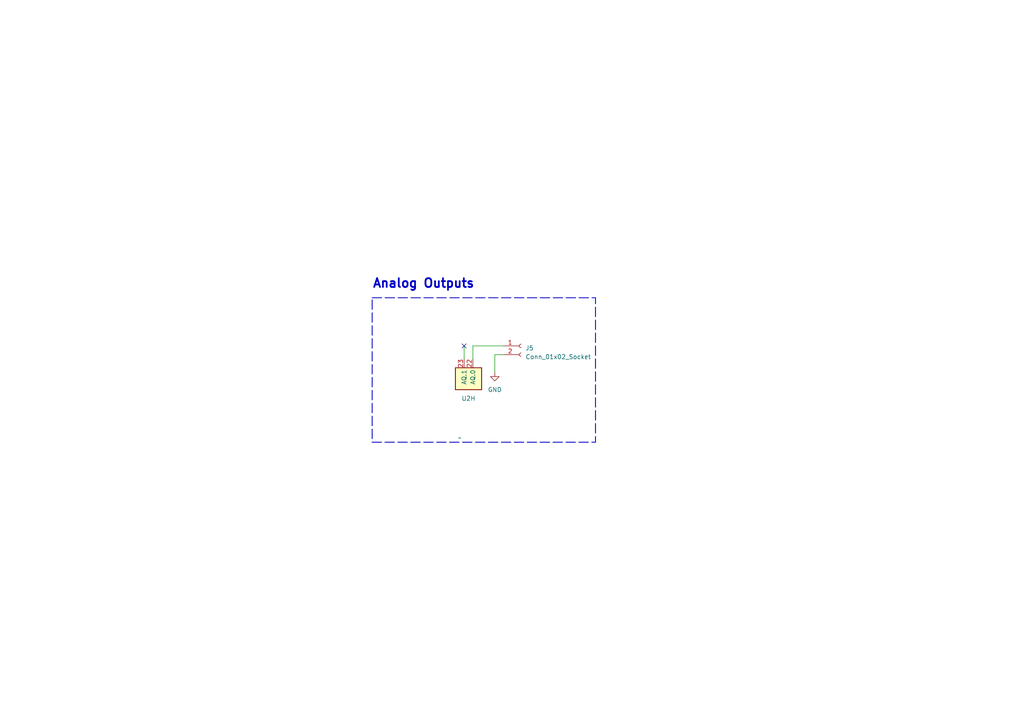
<source format=kicad_sch>
(kicad_sch
	(version 20231120)
	(generator "eeschema")
	(generator_version "8.0")
	(uuid "d37f93c2-2728-448f-8f70-de1d87ab4b93")
	(paper "A4")
	(title_block
		(title "PLC Shield")
		(date "2023-12-25")
		(rev "1")
	)
	(lib_symbols
		(symbol "Connector:Conn_01x02_Socket"
			(pin_names
				(offset 1.016) hide)
			(exclude_from_sim no)
			(in_bom yes)
			(on_board yes)
			(property "Reference" "J"
				(at 0 2.54 0)
				(effects
					(font
						(size 1.27 1.27)
					)
				)
			)
			(property "Value" "Conn_01x02_Socket"
				(at 0 -5.08 0)
				(effects
					(font
						(size 1.27 1.27)
					)
				)
			)
			(property "Footprint" ""
				(at 0 0 0)
				(effects
					(font
						(size 1.27 1.27)
					)
					(hide yes)
				)
			)
			(property "Datasheet" "~"
				(at 0 0 0)
				(effects
					(font
						(size 1.27 1.27)
					)
					(hide yes)
				)
			)
			(property "Description" "Generic connector, single row, 01x02, script generated"
				(at 0 0 0)
				(effects
					(font
						(size 1.27 1.27)
					)
					(hide yes)
				)
			)
			(property "ki_locked" ""
				(at 0 0 0)
				(effects
					(font
						(size 1.27 1.27)
					)
				)
			)
			(property "ki_keywords" "connector"
				(at 0 0 0)
				(effects
					(font
						(size 1.27 1.27)
					)
					(hide yes)
				)
			)
			(property "ki_fp_filters" "Connector*:*_1x??_*"
				(at 0 0 0)
				(effects
					(font
						(size 1.27 1.27)
					)
					(hide yes)
				)
			)
			(symbol "Conn_01x02_Socket_1_1"
				(arc
					(start 0 -2.032)
					(mid -0.5058 -2.54)
					(end 0 -3.048)
					(stroke
						(width 0.1524)
						(type default)
					)
					(fill
						(type none)
					)
				)
				(polyline
					(pts
						(xy -1.27 -2.54) (xy -0.508 -2.54)
					)
					(stroke
						(width 0.1524)
						(type default)
					)
					(fill
						(type none)
					)
				)
				(polyline
					(pts
						(xy -1.27 0) (xy -0.508 0)
					)
					(stroke
						(width 0.1524)
						(type default)
					)
					(fill
						(type none)
					)
				)
				(arc
					(start 0 0.508)
					(mid -0.5058 0)
					(end 0 -0.508)
					(stroke
						(width 0.1524)
						(type default)
					)
					(fill
						(type none)
					)
				)
				(pin passive line
					(at -5.08 0 0)
					(length 3.81)
					(name "Pin_1"
						(effects
							(font
								(size 1.27 1.27)
							)
						)
					)
					(number "1"
						(effects
							(font
								(size 1.27 1.27)
							)
						)
					)
				)
				(pin passive line
					(at -5.08 -2.54 0)
					(length 3.81)
					(name "Pin_2"
						(effects
							(font
								(size 1.27 1.27)
							)
						)
					)
					(number "2"
						(effects
							(font
								(size 1.27 1.27)
							)
						)
					)
				)
			)
		)
		(symbol "PLC-1200:S7-1200"
			(exclude_from_sim no)
			(in_bom yes)
			(on_board yes)
			(property "Reference" "U"
				(at 11.43 0 0)
				(effects
					(font
						(size 1.27 1.27)
					)
				)
			)
			(property "Value" ""
				(at 3.81 -1.905 90)
				(effects
					(font
						(size 1.27 1.27)
					)
				)
			)
			(property "Footprint" ""
				(at 3.81 -1.905 90)
				(effects
					(font
						(size 1.27 1.27)
					)
					(hide yes)
				)
			)
			(property "Datasheet" ""
				(at 3.81 -1.905 90)
				(effects
					(font
						(size 1.27 1.27)
					)
					(hide yes)
				)
			)
			(property "Description" ""
				(at 0 0 0)
				(effects
					(font
						(size 1.27 1.27)
					)
					(hide yes)
				)
			)
			(property "ki_locked" ""
				(at 0 0 0)
				(effects
					(font
						(size 1.27 1.27)
					)
				)
			)
			(symbol "S7-1200_1_1"
				(rectangle
					(start -5.08 5.08)
					(end 5.08 -5.08)
					(stroke
						(width 0.254)
						(type default)
					)
					(fill
						(type background)
					)
				)
				(polyline
					(pts
						(xy -4.318 -1.778) (xy -2.794 -1.778)
					)
					(stroke
						(width 0)
						(type default)
					)
					(fill
						(type none)
					)
				)
				(polyline
					(pts
						(xy -4.064 -2.032) (xy -3.048 -2.032)
					)
					(stroke
						(width 0)
						(type default)
					)
					(fill
						(type none)
					)
				)
				(polyline
					(pts
						(xy -3.81 -2.286) (xy -3.302 -2.286)
					)
					(stroke
						(width 0)
						(type default)
					)
					(fill
						(type none)
					)
				)
				(polyline
					(pts
						(xy -3.556 -1.27) (xy -3.556 -1.778)
					)
					(stroke
						(width 0)
						(type default)
					)
					(fill
						(type none)
					)
				)
				(text "IN"
					(at 0 -0.635 900)
					(effects
						(font
							(size 1.27 1.27)
						)
					)
				)
				(text "OUT"
					(at 2.54 -0.635 900)
					(effects
						(font
							(size 1.27 1.27)
						)
					)
				)
				(pin power_in line
					(at 0 7.62 270)
					(length 2.54)
					(name "L+"
						(effects
							(font
								(size 1.27 1.27)
							)
						)
					)
					(number "1"
						(effects
							(font
								(size 1.27 1.27)
							)
						)
					)
				)
				(pin power_in line
					(at 0 -7.62 90)
					(length 2.54)
					(name "M"
						(effects
							(font
								(size 1.27 1.27)
							)
						)
					)
					(number "2"
						(effects
							(font
								(size 1.27 1.27)
							)
						)
					)
				)
				(pin power_in line
					(at -7.62 0 0)
					(length 2.54)
					(name "PE"
						(effects
							(font
								(size 1.27 1.27)
							)
						)
					)
					(number "3"
						(effects
							(font
								(size 1.27 1.27)
							)
						)
					)
				)
				(pin power_out line
					(at 2.54 7.62 270)
					(length 2.54)
					(name "L+"
						(effects
							(font
								(size 1.27 1.27)
							)
						)
					)
					(number "4"
						(effects
							(font
								(size 1.27 1.27)
							)
						)
					)
				)
				(pin power_out line
					(at 2.54 -7.62 90)
					(length 2.54)
					(name "M"
						(effects
							(font
								(size 1.27 1.27)
							)
						)
					)
					(number "5"
						(effects
							(font
								(size 1.27 1.27)
							)
						)
					)
				)
			)
			(symbol "S7-1200_2_1"
				(rectangle
					(start -5.08 6.35)
					(end 6.35 -6.35)
					(stroke
						(width 0.254)
						(type default)
					)
					(fill
						(type background)
					)
				)
				(text "AI"
					(at 0 -1.27 0)
					(effects
						(font
							(size 1.27 1.27)
						)
					)
				)
				(text "AQ"
					(at 0 1.27 0)
					(effects
						(font
							(size 1.27 1.27)
						)
					)
				)
				(text "DI"
					(at 0 3.81 0)
					(effects
						(font
							(size 1.27 1.27)
						)
					)
				)
				(text "DQ"
					(at 0 -3.81 0)
					(effects
						(font
							(size 1.27 1.27)
						)
					)
				)
				(pin power_in line
					(at -7.62 1.27 0)
					(length 2.54)
					(name "2M"
						(effects
							(font
								(size 1.27 1.27)
							)
						)
					)
					(number "21"
						(effects
							(font
								(size 1.27 1.27)
							)
						)
					)
				)
				(pin power_in line
					(at -7.62 -1.27 0)
					(length 2.54)
					(name "3M"
						(effects
							(font
								(size 1.27 1.27)
							)
						)
					)
					(number "24"
						(effects
							(font
								(size 1.27 1.27)
							)
						)
					)
				)
				(pin power_in line
					(at -7.62 -3.81 0)
					(length 2.54)
					(name "4M"
						(effects
							(font
								(size 1.27 1.27)
							)
						)
					)
					(number "37"
						(effects
							(font
								(size 1.27 1.27)
							)
						)
					)
				)
				(pin power_in line
					(at 8.89 -3.81 180)
					(length 2.54)
					(name "4L+"
						(effects
							(font
								(size 1.27 1.27)
							)
						)
					)
					(number "38"
						(effects
							(font
								(size 1.27 1.27)
							)
						)
					)
				)
				(pin power_in line
					(at -7.62 3.81 0)
					(length 2.54)
					(name "1M"
						(effects
							(font
								(size 1.27 1.27)
							)
						)
					)
					(number "6"
						(effects
							(font
								(size 1.27 1.27)
							)
						)
					)
				)
			)
			(symbol "S7-1200_3_1"
				(rectangle
					(start -2.54 11.43)
					(end 3.81 -11.43)
					(stroke
						(width 0.254)
						(type default)
					)
					(fill
						(type background)
					)
				)
				(pin input line
					(at -5.08 -1.27 0)
					(length 2.54)
					(name "a.3"
						(effects
							(font
								(size 1.27 1.27)
							)
						)
					)
					(number "10"
						(effects
							(font
								(size 1.27 1.27)
							)
						)
					)
				)
				(pin input line
					(at -5.08 1.27 0)
					(length 2.54)
					(name "a.4"
						(effects
							(font
								(size 1.27 1.27)
							)
						)
					)
					(number "11"
						(effects
							(font
								(size 1.27 1.27)
							)
						)
					)
				)
				(pin input line
					(at -5.08 3.81 0)
					(length 2.54)
					(name "a.5"
						(effects
							(font
								(size 1.27 1.27)
							)
						)
					)
					(number "12"
						(effects
							(font
								(size 1.27 1.27)
							)
						)
					)
				)
				(pin input line
					(at -5.08 6.35 0)
					(length 2.54)
					(name "a.6"
						(effects
							(font
								(size 1.27 1.27)
							)
						)
					)
					(number "13"
						(effects
							(font
								(size 1.27 1.27)
							)
						)
					)
				)
				(pin input line
					(at -5.08 8.89 0)
					(length 2.54)
					(name "a.7"
						(effects
							(font
								(size 1.27 1.27)
							)
						)
					)
					(number "14"
						(effects
							(font
								(size 1.27 1.27)
							)
						)
					)
				)
				(pin input line
					(at -5.08 -8.89 0)
					(length 2.54)
					(name "a.0"
						(effects
							(font
								(size 1.27 1.27)
							)
						)
					)
					(number "7"
						(effects
							(font
								(size 1.27 1.27)
							)
						)
					)
				)
				(pin input line
					(at -5.08 -6.35 0)
					(length 2.54)
					(name "a.1"
						(effects
							(font
								(size 1.27 1.27)
							)
						)
					)
					(number "8"
						(effects
							(font
								(size 1.27 1.27)
							)
						)
					)
				)
				(pin input line
					(at -5.08 -3.81 0)
					(length 2.54)
					(name "a.2"
						(effects
							(font
								(size 1.27 1.27)
							)
						)
					)
					(number "9"
						(effects
							(font
								(size 1.27 1.27)
							)
						)
					)
				)
			)
			(symbol "S7-1200_4_1"
				(rectangle
					(start -2.54 8.89)
					(end 3.81 -8.89)
					(stroke
						(width 0.254)
						(type default)
					)
					(fill
						(type background)
					)
				)
				(pin input line
					(at -5.08 -6.35 0)
					(length 2.54)
					(name "b.0"
						(effects
							(font
								(size 1.27 1.27)
							)
						)
					)
					(number "15"
						(effects
							(font
								(size 1.27 1.27)
							)
						)
					)
				)
				(pin input line
					(at -5.08 -3.81 0)
					(length 2.54)
					(name "b.1"
						(effects
							(font
								(size 1.27 1.27)
							)
						)
					)
					(number "16"
						(effects
							(font
								(size 1.27 1.27)
							)
						)
					)
				)
				(pin input line
					(at -5.08 -1.27 0)
					(length 2.54)
					(name "b.2"
						(effects
							(font
								(size 1.27 1.27)
							)
						)
					)
					(number "17"
						(effects
							(font
								(size 1.27 1.27)
							)
						)
					)
				)
				(pin input line
					(at -5.08 1.27 0)
					(length 2.54)
					(name "b.3"
						(effects
							(font
								(size 1.27 1.27)
							)
						)
					)
					(number "18"
						(effects
							(font
								(size 1.27 1.27)
							)
						)
					)
				)
				(pin input line
					(at -5.08 3.81 0)
					(length 2.54)
					(name "b.4"
						(effects
							(font
								(size 1.27 1.27)
							)
						)
					)
					(number "19"
						(effects
							(font
								(size 1.27 1.27)
							)
						)
					)
				)
				(pin input line
					(at -5.08 6.35 0)
					(length 2.54)
					(name "b.5"
						(effects
							(font
								(size 1.27 1.27)
							)
						)
					)
					(number "20"
						(effects
							(font
								(size 1.27 1.27)
							)
						)
					)
				)
			)
			(symbol "S7-1200_5_1"
				(rectangle
					(start -2.54 11.43)
					(end 3.81 -11.43)
					(stroke
						(width 0.254)
						(type default)
					)
					(fill
						(type background)
					)
				)
				(pin output line
					(at -5.08 -8.89 0)
					(length 2.54)
					(name "a.7"
						(effects
							(font
								(size 1.27 1.27)
							)
						)
					)
					(number "29"
						(effects
							(font
								(size 1.27 1.27)
							)
						)
					)
				)
				(pin output line
					(at -5.08 -6.35 0)
					(length 2.54)
					(name "a.6"
						(effects
							(font
								(size 1.27 1.27)
							)
						)
					)
					(number "30"
						(effects
							(font
								(size 1.27 1.27)
							)
						)
					)
				)
				(pin output line
					(at -5.08 -3.81 0)
					(length 2.54)
					(name "a.5"
						(effects
							(font
								(size 1.27 1.27)
							)
						)
					)
					(number "31"
						(effects
							(font
								(size 1.27 1.27)
							)
						)
					)
				)
				(pin output line
					(at -5.08 -1.27 0)
					(length 2.54)
					(name "a.4"
						(effects
							(font
								(size 1.27 1.27)
							)
						)
					)
					(number "32"
						(effects
							(font
								(size 1.27 1.27)
							)
						)
					)
				)
				(pin output line
					(at -5.08 1.27 0)
					(length 2.54)
					(name "a.3"
						(effects
							(font
								(size 1.27 1.27)
							)
						)
					)
					(number "33"
						(effects
							(font
								(size 1.27 1.27)
							)
						)
					)
				)
				(pin output line
					(at -5.08 3.81 0)
					(length 2.54)
					(name "a.2"
						(effects
							(font
								(size 1.27 1.27)
							)
						)
					)
					(number "34"
						(effects
							(font
								(size 1.27 1.27)
							)
						)
					)
				)
				(pin output line
					(at -5.08 6.35 0)
					(length 2.54)
					(name "a.1"
						(effects
							(font
								(size 1.27 1.27)
							)
						)
					)
					(number "35"
						(effects
							(font
								(size 1.27 1.27)
							)
						)
					)
				)
				(pin output line
					(at -5.08 8.89 0)
					(length 2.54)
					(name "a.0"
						(effects
							(font
								(size 1.27 1.27)
							)
						)
					)
					(number "36"
						(effects
							(font
								(size 1.27 1.27)
							)
						)
					)
				)
			)
			(symbol "S7-1200_6_1"
				(rectangle
					(start -2.54 3.81)
					(end 3.81 -3.81)
					(stroke
						(width 0.254)
						(type default)
					)
					(fill
						(type background)
					)
				)
				(pin output line
					(at -5.08 -1.27 0)
					(length 2.54)
					(name "b.1"
						(effects
							(font
								(size 1.27 1.27)
							)
						)
					)
					(number "27"
						(effects
							(font
								(size 1.27 1.27)
							)
						)
					)
				)
				(pin output line
					(at -5.08 1.27 0)
					(length 2.54)
					(name "b.0"
						(effects
							(font
								(size 1.27 1.27)
							)
						)
					)
					(number "28"
						(effects
							(font
								(size 1.27 1.27)
							)
						)
					)
				)
			)
			(symbol "S7-1200_7_1"
				(rectangle
					(start -2.54 3.81)
					(end 3.81 -3.81)
					(stroke
						(width 0.254)
						(type default)
					)
					(fill
						(type background)
					)
				)
				(pin input line
					(at -5.08 -1.27 0)
					(length 2.54)
					(name "AI.0"
						(effects
							(font
								(size 1.27 1.27)
							)
						)
					)
					(number "25"
						(effects
							(font
								(size 1.27 1.27)
							)
						)
					)
				)
				(pin input line
					(at -5.08 1.27 0)
					(length 2.54)
					(name "AI.1"
						(effects
							(font
								(size 1.27 1.27)
							)
						)
					)
					(number "26"
						(effects
							(font
								(size 1.27 1.27)
							)
						)
					)
				)
			)
			(symbol "S7-1200_8_1"
				(rectangle
					(start -2.54 3.81)
					(end 3.81 -3.81)
					(stroke
						(width 0.254)
						(type default)
					)
					(fill
						(type background)
					)
				)
				(pin output line
					(at -5.08 1.27 0)
					(length 2.54)
					(name "AQ.0"
						(effects
							(font
								(size 1.27 1.27)
							)
						)
					)
					(number "22"
						(effects
							(font
								(size 1.27 1.27)
							)
						)
					)
				)
				(pin output line
					(at -5.08 -1.27 0)
					(length 2.54)
					(name "AQ.1"
						(effects
							(font
								(size 1.27 1.27)
							)
						)
					)
					(number "23"
						(effects
							(font
								(size 1.27 1.27)
							)
						)
					)
				)
			)
		)
		(symbol "power:GND"
			(power)
			(pin_numbers hide)
			(pin_names
				(offset 0) hide)
			(exclude_from_sim no)
			(in_bom yes)
			(on_board yes)
			(property "Reference" "#PWR"
				(at 0 -6.35 0)
				(effects
					(font
						(size 1.27 1.27)
					)
					(hide yes)
				)
			)
			(property "Value" "GND"
				(at 0 -3.81 0)
				(effects
					(font
						(size 1.27 1.27)
					)
				)
			)
			(property "Footprint" ""
				(at 0 0 0)
				(effects
					(font
						(size 1.27 1.27)
					)
					(hide yes)
				)
			)
			(property "Datasheet" ""
				(at 0 0 0)
				(effects
					(font
						(size 1.27 1.27)
					)
					(hide yes)
				)
			)
			(property "Description" "Power symbol creates a global label with name \"GND\" , ground"
				(at 0 0 0)
				(effects
					(font
						(size 1.27 1.27)
					)
					(hide yes)
				)
			)
			(property "ki_keywords" "global power"
				(at 0 0 0)
				(effects
					(font
						(size 1.27 1.27)
					)
					(hide yes)
				)
			)
			(symbol "GND_0_1"
				(polyline
					(pts
						(xy 0 0) (xy 0 -1.27) (xy 1.27 -1.27) (xy 0 -2.54) (xy -1.27 -1.27) (xy 0 -1.27)
					)
					(stroke
						(width 0)
						(type default)
					)
					(fill
						(type none)
					)
				)
			)
			(symbol "GND_1_1"
				(pin power_in line
					(at 0 0 270)
					(length 0)
					(name "~"
						(effects
							(font
								(size 1.27 1.27)
							)
						)
					)
					(number "1"
						(effects
							(font
								(size 1.27 1.27)
							)
						)
					)
				)
			)
		)
	)
	(no_connect
		(at 134.62 100.33)
		(uuid "b7593b84-1afe-4975-a386-fbc296010910")
	)
	(wire
		(pts
			(xy 137.16 100.33) (xy 146.05 100.33)
		)
		(stroke
			(width 0)
			(type default)
		)
		(uuid "73595281-6dad-481e-8bf8-9b302bdb7ed2")
	)
	(wire
		(pts
			(xy 143.51 107.95) (xy 143.51 102.87)
		)
		(stroke
			(width 0)
			(type default)
		)
		(uuid "756b557b-3c35-41f9-9f97-1974223675f7")
	)
	(wire
		(pts
			(xy 137.16 100.33) (xy 137.16 104.14)
		)
		(stroke
			(width 0)
			(type default)
		)
		(uuid "cb2cd29b-3315-4e6e-85b9-bcd1a686ba34")
	)
	(wire
		(pts
			(xy 134.62 100.33) (xy 134.62 104.14)
		)
		(stroke
			(width 0)
			(type default)
		)
		(uuid "f4b2eabf-3182-4107-8a5e-e76d0c6347ee")
	)
	(wire
		(pts
			(xy 143.51 102.87) (xy 146.05 102.87)
		)
		(stroke
			(width 0)
			(type default)
		)
		(uuid "fdef005f-07f7-41ff-835e-11937c218996")
	)
	(rectangle
		(start 107.95 86.36)
		(end 172.72 128.27)
		(stroke
			(width 0.25)
			(type dash)
		)
		(fill
			(type none)
		)
		(uuid 89002383-fa86-4014-a19d-736071721e73)
	)
	(text "Analog Outputs"
		(exclude_from_sim no)
		(at 107.95 83.82 0)
		(effects
			(font
				(size 2.54 2.54)
				(bold yes)
			)
			(justify left bottom)
		)
		(uuid "2c7c7b38-ebc1-4a25-b37a-3633acb0ef91")
	)
	(symbol
		(lib_id "power:GND")
		(at 143.51 107.95 0)
		(unit 1)
		(exclude_from_sim no)
		(in_bom yes)
		(on_board yes)
		(dnp no)
		(fields_autoplaced yes)
		(uuid "35409ff0-5a03-469d-97f8-825818bf9dee")
		(property "Reference" "#PWR045"
			(at 143.51 114.3 0)
			(effects
				(font
					(size 1.27 1.27)
				)
				(hide yes)
			)
		)
		(property "Value" "GND"
			(at 143.51 113.03 0)
			(effects
				(font
					(size 1.27 1.27)
				)
			)
		)
		(property "Footprint" ""
			(at 143.51 107.95 0)
			(effects
				(font
					(size 1.27 1.27)
				)
				(hide yes)
			)
		)
		(property "Datasheet" ""
			(at 143.51 107.95 0)
			(effects
				(font
					(size 1.27 1.27)
				)
				(hide yes)
			)
		)
		(property "Description" "Power symbol creates a global label with name \"GND\" , ground"
			(at 143.51 107.95 0)
			(effects
				(font
					(size 1.27 1.27)
				)
				(hide yes)
			)
		)
		(pin "1"
			(uuid "821cc836-d714-432d-96cd-1715491a3aee")
		)
		(instances
			(project "PLC_shield"
				(path "/654dc320-becd-45e3-b37d-e6a5891dd004/8b2bebc4-f15c-4397-b76b-4ba49caabcce"
					(reference "#PWR045")
					(unit 1)
				)
			)
		)
	)
	(symbol
		(lib_id "Connector:Conn_01x02_Socket")
		(at 151.13 100.33 0)
		(unit 1)
		(exclude_from_sim no)
		(in_bom yes)
		(on_board yes)
		(dnp no)
		(fields_autoplaced yes)
		(uuid "cf95e81f-2e6b-49ba-a0e5-57e17d929217")
		(property "Reference" "J5"
			(at 152.4 100.965 0)
			(effects
				(font
					(size 1.27 1.27)
				)
				(justify left)
			)
		)
		(property "Value" "Conn_01x02_Socket"
			(at 152.4 103.505 0)
			(effects
				(font
					(size 1.27 1.27)
				)
				(justify left)
			)
		)
		(property "Footprint" "TerminalBlock:TerminalBlock_bornier-2_P5.08mm"
			(at 151.13 100.33 0)
			(effects
				(font
					(size 1.27 1.27)
				)
				(hide yes)
			)
		)
		(property "Datasheet" "~"
			(at 151.13 100.33 0)
			(effects
				(font
					(size 1.27 1.27)
				)
				(hide yes)
			)
		)
		(property "Description" "Generic connector, single row, 01x02, script generated"
			(at 151.13 100.33 0)
			(effects
				(font
					(size 1.27 1.27)
				)
				(hide yes)
			)
		)
		(pin "1"
			(uuid "f0aef14e-c956-44c1-8558-259c996322a2")
		)
		(pin "2"
			(uuid "95affe15-7d59-4f47-b254-8305352ea585")
		)
		(instances
			(project "PLC_shield"
				(path "/654dc320-becd-45e3-b37d-e6a5891dd004/8b2bebc4-f15c-4397-b76b-4ba49caabcce"
					(reference "J5")
					(unit 1)
				)
			)
		)
	)
	(symbol
		(lib_id "PLC-1200:S7-1200")
		(at 135.89 109.22 270)
		(unit 8)
		(exclude_from_sim no)
		(in_bom yes)
		(on_board yes)
		(dnp no)
		(uuid "e077765e-c8b0-4452-a3ad-83aa4d88e016")
		(property "Reference" "U2"
			(at 135.89 115.57 90)
			(effects
				(font
					(size 1.27 1.27)
				)
			)
		)
		(property "Value" "~"
			(at 133.35 127 90)
			(effects
				(font
					(size 1.27 1.27)
				)
			)
		)
		(property "Footprint" "PLC-1200:1215C"
			(at 127.635 109.22 90)
			(effects
				(font
					(size 1.27 1.27)
				)
				(hide yes)
			)
		)
		(property "Datasheet" ""
			(at 127.635 109.22 90)
			(effects
				(font
					(size 1.27 1.27)
				)
				(hide yes)
			)
		)
		(property "Description" ""
			(at 135.89 109.22 0)
			(effects
				(font
					(size 1.27 1.27)
				)
				(hide yes)
			)
		)
		(pin "1"
			(uuid "84277f7d-07c2-4293-bc4b-9cca8af6f5a4")
		)
		(pin "2"
			(uuid "03819dcc-b648-471a-a6d1-81eafc514fc4")
		)
		(pin "3"
			(uuid "94d7e7a6-0218-44b8-8284-f23a43e1fddb")
		)
		(pin "4"
			(uuid "e28d2650-2c7a-4426-8098-5fdc3151fcae")
		)
		(pin "5"
			(uuid "bb37237b-91f2-4951-97e4-1c72957672b9")
		)
		(pin "21"
			(uuid "9eba981c-f183-4c20-b6f5-d7164e74eae2")
		)
		(pin "24"
			(uuid "5f3fa7f3-2b55-4f60-8543-a4749c4019b2")
		)
		(pin "37"
			(uuid "134bfa82-4f7c-4560-9613-4718d4731c45")
		)
		(pin "38"
			(uuid "fc2ec524-7f30-4dd0-ad14-1a82da2cdeda")
		)
		(pin "6"
			(uuid "f6be0d69-ea45-4977-8375-f6395f6e35d2")
		)
		(pin "10"
			(uuid "04f95a5e-d944-42b7-b202-0d5d8e3ab5d8")
		)
		(pin "11"
			(uuid "5062d2a4-9a50-4f93-90bd-95aac5f4ed1a")
		)
		(pin "12"
			(uuid "33b0ca83-d2de-4aa0-ad20-6bafdd90dfe2")
		)
		(pin "13"
			(uuid "afd692dd-5e42-491a-ba27-7a3e89f8d062")
		)
		(pin "14"
			(uuid "399be738-f188-4835-870f-daf5c6614872")
		)
		(pin "7"
			(uuid "2169c2d1-f38c-47ab-bc46-20728263c3ec")
		)
		(pin "8"
			(uuid "79cfa14d-09c8-4131-b8c9-feee0f2eb6d3")
		)
		(pin "9"
			(uuid "3351b53b-5201-4b3a-814a-e2171a05245d")
		)
		(pin "15"
			(uuid "72581979-65b3-43ea-9397-c9e8d393dc41")
		)
		(pin "16"
			(uuid "ed380c49-a774-4e20-b2cc-4bf0d6c0da99")
		)
		(pin "17"
			(uuid "0d234e78-8f5d-485b-9d72-f28a61b14e62")
		)
		(pin "18"
			(uuid "3347fdad-4af6-4635-aa2b-34bcfbcf530f")
		)
		(pin "19"
			(uuid "d058e012-41ad-4b41-bbd5-c73bb109dea2")
		)
		(pin "20"
			(uuid "69b6d304-fcee-4b6f-8471-36f859a27aa6")
		)
		(pin "29"
			(uuid "911595f5-cd69-4cdd-a9bf-0756df451f90")
		)
		(pin "30"
			(uuid "062be62a-5c2b-4af8-af09-fe86ba7ffd7b")
		)
		(pin "31"
			(uuid "ff33e62a-c2c0-473d-b600-2ffe956c6bef")
		)
		(pin "32"
			(uuid "cad39cd8-c270-4704-887f-7b282d2b1f87")
		)
		(pin "33"
			(uuid "11d29be4-c45a-40ff-8be5-690826f328d4")
		)
		(pin "34"
			(uuid "7e054965-560b-45af-9a83-5ae96638ba1a")
		)
		(pin "35"
			(uuid "3025be0e-1989-483e-895a-b825d9e551aa")
		)
		(pin "36"
			(uuid "29c53bf3-1511-4fc9-b980-671eaf3e7d9d")
		)
		(pin "27"
			(uuid "fa591a1d-4d94-4a3e-a4d6-6c41481c9613")
		)
		(pin "28"
			(uuid "8fd242d7-9946-499c-8e9b-fb3b726a60c9")
		)
		(pin "25"
			(uuid "4071f103-c760-4b30-855f-f25d2627496b")
		)
		(pin "26"
			(uuid "7441daa7-fc30-4b9c-9720-db1aa5812eaf")
		)
		(pin "22"
			(uuid "42f27f75-8070-40a9-a02b-48209c6f353c")
		)
		(pin "23"
			(uuid "f5091f21-546a-4082-b5a0-c2ee5da12b3b")
		)
		(instances
			(project "PLC_shield"
				(path "/654dc320-becd-45e3-b37d-e6a5891dd004/8b2bebc4-f15c-4397-b76b-4ba49caabcce"
					(reference "U2")
					(unit 8)
				)
			)
		)
	)
)

</source>
